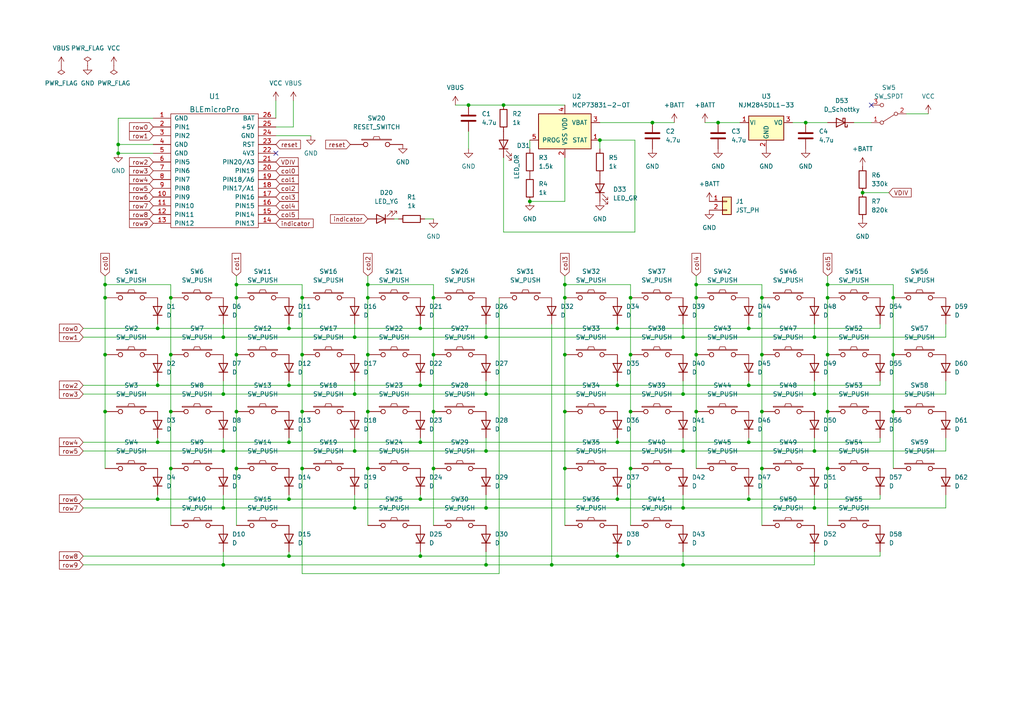
<source format=kicad_sch>
(kicad_sch (version 20211123) (generator eeschema)
  (paper "A4")
  (title_block (title "Denpa") (date "2022-06-21") (rev "1"))
  (junction (at 64.77 147.32))
  (junction (at 45.72 128.27))
  (junction (at 163.83 86.36))
  (junction (at 173.99 40.64))
  (junction (at 220.98 135.89))
  (junction (at 198.12 163.83))
  (junction (at 220.98 102.87))
  (junction (at 121.92 111.76))
  (junction (at 179.07 161.29))
  (junction (at 208.28 35.56))
  (junction (at 140.97 130.81))
  (junction (at 30.48 119.38))
  (junction (at 83.82 111.76))
  (junction (at 64.77 163.83))
  (junction (at 102.87 130.81))
  (junction (at 87.63 102.87))
  (junction (at 240.03 102.87))
  (junction (at 153.67 58.42))
  (junction (at 240.03 82.55))
  (junction (at 179.07 144.78))
  (junction (at 106.68 86.36))
  (junction (at 182.88 86.36))
  (junction (at 68.58 119.38))
  (junction (at 125.73 119.38))
  (junction (at 106.68 135.89))
  (junction (at 30.48 102.87))
  (junction (at 163.83 135.89))
  (junction (at 121.92 95.25))
  (junction (at 87.63 86.36))
  (junction (at 160.02 163.83))
  (junction (at 201.93 119.38))
  (junction (at 140.97 147.32))
  (junction (at 121.92 161.29))
  (junction (at 236.22 114.3))
  (junction (at 64.77 130.81))
  (junction (at 201.93 86.36))
  (junction (at 30.48 86.36))
  (junction (at 68.58 82.55))
  (junction (at 146.05 30.48))
  (junction (at 182.88 119.38))
  (junction (at 49.53 135.89))
  (junction (at 34.29 44.45))
  (junction (at 125.73 86.36))
  (junction (at 140.97 163.83))
  (junction (at 189.23 35.56))
  (junction (at 45.72 95.25))
  (junction (at 236.22 147.32))
  (junction (at 102.87 97.79))
  (junction (at 64.77 97.79))
  (junction (at 45.72 111.76))
  (junction (at 163.83 82.55))
  (junction (at 83.82 95.25))
  (junction (at 83.82 161.29))
  (junction (at 83.82 144.78))
  (junction (at 198.12 114.3))
  (junction (at 106.68 119.38))
  (junction (at 106.68 82.55))
  (junction (at 201.93 102.87))
  (junction (at 102.87 147.32))
  (junction (at 259.08 86.36))
  (junction (at 217.17 95.25))
  (junction (at 236.22 130.81))
  (junction (at 233.68 35.56))
  (junction (at 68.58 86.36))
  (junction (at 121.92 144.78))
  (junction (at 198.12 130.81))
  (junction (at 259.08 102.87))
  (junction (at 217.17 128.27))
  (junction (at 102.87 114.3))
  (junction (at 179.07 128.27))
  (junction (at 182.88 102.87))
  (junction (at 135.89 30.48))
  (junction (at 30.48 82.55))
  (junction (at 217.17 111.76))
  (junction (at 121.92 128.27))
  (junction (at 240.03 86.36))
  (junction (at 163.83 119.38))
  (junction (at 125.73 102.87))
  (junction (at 220.98 86.36))
  (junction (at 182.88 135.89))
  (junction (at 240.03 135.89))
  (junction (at 250.19 55.88))
  (junction (at 49.53 86.36))
  (junction (at 106.68 102.87))
  (junction (at 45.72 144.78))
  (junction (at 220.98 119.38))
  (junction (at 201.93 82.55))
  (junction (at 179.07 95.25))
  (junction (at 49.53 102.87))
  (junction (at 34.29 41.91))
  (junction (at 140.97 97.79))
  (junction (at 49.53 119.38))
  (junction (at 240.03 119.38))
  (junction (at 87.63 119.38))
  (junction (at 125.73 135.89))
  (junction (at 163.83 102.87))
  (junction (at 64.77 114.3))
  (junction (at 179.07 111.76))
  (junction (at 236.22 97.79))
  (junction (at 87.63 135.89))
  (junction (at 198.12 147.32))
  (junction (at 68.58 135.89))
  (junction (at 68.58 102.87))
  (junction (at 259.08 119.38))
  (junction (at 83.82 128.27))
  (junction (at 198.12 97.79))
  (junction (at 140.97 114.3))
  (junction (at 217.17 144.78))
  (no_connect (at 80.01 44.45))
  (no_connect (at 252.73 30.48))
  (wire (pts (xy 201.93 86.36) (xy 201.93 102.87)))
  (wire (pts (xy 49.53 119.38) (xy 49.53 135.89)))
  (wire (pts (xy 201.93 80.01) (xy 201.93 82.55)))
  (wire (pts (xy 68.58 135.89) (xy 68.58 152.4)))
  (wire (pts (xy 24.13 114.3) (xy 64.77 114.3)))
  (wire (pts (xy 125.73 86.36) (xy 125.73 82.55)))
  (wire (pts (xy 68.58 86.36) (xy 68.58 102.87)))
  (wire (pts (xy 121.92 95.25) (xy 179.07 95.25)))
  (wire (pts (xy 236.22 130.81) (xy 274.32 130.81)))
  (wire (pts (xy 255.27 128.27) (xy 255.27 127)))
  (wire (pts (xy 259.08 119.38) (xy 259.08 135.89)))
  (wire (pts (xy 85.09 29.21) (xy 85.09 36.83)))
  (wire (pts (xy 83.82 144.78) (xy 121.92 144.78)))
  (wire (pts (xy 135.89 38.1) (xy 135.89 43.18)))
  (wire (pts (xy 87.63 166.37) (xy 144.78 166.37)))
  (wire (pts (xy 34.29 44.45) (xy 44.45 44.45)))
  (wire (pts (xy 182.88 102.87) (xy 182.88 119.38)))
  (wire (pts (xy 45.72 127) (xy 45.72 128.27)))
  (wire (pts (xy 87.63 82.55) (xy 68.58 82.55)))
  (wire (pts (xy 64.77 93.98) (xy 64.77 97.79)))
  (wire (pts (xy 24.13 130.81) (xy 64.77 130.81)))
  (wire (pts (xy 30.48 119.38) (xy 30.48 135.89)))
  (wire (pts (xy 179.07 128.27) (xy 217.17 128.27)))
  (wire (pts (xy 64.77 130.81) (xy 102.87 130.81)))
  (wire (pts (xy 121.92 160.02) (xy 121.92 161.29)))
  (wire (pts (xy 163.83 80.01) (xy 163.83 82.55)))
  (wire (pts (xy 44.45 34.29) (xy 34.29 34.29)))
  (wire (pts (xy 64.77 143.51) (xy 64.77 147.32)))
  (wire (pts (xy 45.72 110.49) (xy 45.72 111.76)))
  (wire (pts (xy 201.93 102.87) (xy 201.93 119.38)))
  (wire (pts (xy 259.08 82.55) (xy 240.03 82.55)))
  (wire (pts (xy 198.12 163.83) (xy 236.22 163.83)))
  (wire (pts (xy 121.92 161.29) (xy 179.07 161.29)))
  (wire (pts (xy 45.72 143.51) (xy 45.72 144.78)))
  (wire (pts (xy 24.13 128.27) (xy 45.72 128.27)))
  (wire (pts (xy 163.83 45.72) (xy 163.83 58.42)))
  (wire (pts (xy 274.32 147.32) (xy 274.32 143.51)))
  (wire (pts (xy 140.97 127) (xy 140.97 130.81)))
  (wire (pts (xy 24.13 161.29) (xy 83.82 161.29)))
  (wire (pts (xy 83.82 111.76) (xy 121.92 111.76)))
  (wire (pts (xy 87.63 135.89) (xy 87.63 166.37)))
  (wire (pts (xy 125.73 135.89) (xy 125.73 152.4)))
  (wire (pts (xy 204.47 35.56) (xy 208.28 35.56)))
  (wire (pts (xy 140.97 97.79) (xy 198.12 97.79)))
  (wire (pts (xy 123.19 63.5) (xy 125.73 63.5)))
  (wire (pts (xy 240.03 80.01) (xy 240.03 82.55)))
  (wire (pts (xy 83.82 127) (xy 83.82 128.27)))
  (wire (pts (xy 217.17 128.27) (xy 255.27 128.27)))
  (wire (pts (xy 198.12 130.81) (xy 236.22 130.81)))
  (wire (pts (xy 68.58 119.38) (xy 68.58 135.89)))
  (wire (pts (xy 236.22 127) (xy 236.22 130.81)))
  (wire (pts (xy 240.03 135.89) (xy 240.03 152.4)))
  (wire (pts (xy 233.68 35.56) (xy 240.03 35.56)))
  (wire (pts (xy 83.82 161.29) (xy 121.92 161.29)))
  (wire (pts (xy 198.12 110.49) (xy 198.12 114.3)))
  (wire (pts (xy 163.83 102.87) (xy 163.83 119.38)))
  (wire (pts (xy 83.82 143.51) (xy 83.82 144.78)))
  (wire (pts (xy 179.07 110.49) (xy 179.07 111.76)))
  (wire (pts (xy 163.83 58.42) (xy 153.67 58.42)))
  (wire (pts (xy 121.92 111.76) (xy 179.07 111.76)))
  (wire (pts (xy 83.82 128.27) (xy 121.92 128.27)))
  (wire (pts (xy 125.73 119.38) (xy 125.73 135.89)))
  (wire (pts (xy 115.57 63.5) (xy 114.3 63.5)))
  (wire (pts (xy 125.73 82.55) (xy 106.68 82.55)))
  (wire (pts (xy 182.88 135.89) (xy 182.88 152.4)))
  (wire (pts (xy 83.82 160.02) (xy 83.82 161.29)))
  (wire (pts (xy 83.82 110.49) (xy 83.82 111.76)))
  (wire (pts (xy 198.12 160.02) (xy 198.12 163.83)))
  (wire (pts (xy 106.68 119.38) (xy 106.68 135.89)))
  (wire (pts (xy 217.17 144.78) (xy 255.27 144.78)))
  (wire (pts (xy 182.88 119.38) (xy 182.88 135.89)))
  (wire (pts (xy 255.27 161.29) (xy 255.27 160.02)))
  (wire (pts (xy 217.17 127) (xy 217.17 128.27)))
  (wire (pts (xy 144.78 166.37) (xy 144.78 86.36)))
  (wire (pts (xy 34.29 34.29) (xy 34.29 41.91)))
  (wire (pts (xy 30.48 80.01) (xy 30.48 82.55)))
  (wire (pts (xy 45.72 95.25) (xy 45.72 93.98)))
  (wire (pts (xy 132.08 30.48) (xy 135.89 30.48)))
  (wire (pts (xy 189.23 35.56) (xy 195.58 35.56)))
  (wire (pts (xy 198.12 93.98) (xy 198.12 97.79)))
  (wire (pts (xy 140.97 160.02) (xy 140.97 163.83)))
  (wire (pts (xy 24.13 111.76) (xy 45.72 111.76)))
  (wire (pts (xy 64.77 160.02) (xy 64.77 163.83)))
  (wire (pts (xy 201.93 119.38) (xy 201.93 135.89)))
  (wire (pts (xy 201.93 82.55) (xy 201.93 86.36)))
  (wire (pts (xy 24.13 95.25) (xy 45.72 95.25)))
  (wire (pts (xy 146.05 45.72) (xy 146.05 67.31)))
  (wire (pts (xy 30.48 102.87) (xy 30.48 119.38)))
  (wire (pts (xy 240.03 119.38) (xy 240.03 135.89)))
  (wire (pts (xy 140.97 147.32) (xy 198.12 147.32)))
  (wire (pts (xy 102.87 93.98) (xy 102.87 97.79)))
  (wire (pts (xy 64.77 147.32) (xy 102.87 147.32)))
  (wire (pts (xy 135.89 30.48) (xy 146.05 30.48)))
  (wire (pts (xy 102.87 147.32) (xy 140.97 147.32)))
  (wire (pts (xy 240.03 86.36) (xy 240.03 102.87)))
  (wire (pts (xy 220.98 86.36) (xy 220.98 102.87)))
  (wire (pts (xy 182.88 82.55) (xy 163.83 82.55)))
  (wire (pts (xy 163.83 86.36) (xy 163.83 102.87)))
  (wire (pts (xy 274.32 130.81) (xy 274.32 127)))
  (wire (pts (xy 240.03 82.55) (xy 240.03 86.36)))
  (wire (pts (xy 64.77 114.3) (xy 102.87 114.3)))
  (wire (pts (xy 87.63 102.87) (xy 87.63 119.38)))
  (wire (pts (xy 102.87 127) (xy 102.87 130.81)))
  (wire (pts (xy 208.28 35.56) (xy 214.63 35.56)))
  (wire (pts (xy 236.22 114.3) (xy 274.32 114.3)))
  (wire (pts (xy 179.07 160.02) (xy 179.07 161.29)))
  (wire (pts (xy 106.68 82.55) (xy 106.68 86.36)))
  (wire (pts (xy 87.63 86.36) (xy 87.63 102.87)))
  (wire (pts (xy 121.92 127) (xy 121.92 128.27)))
  (wire (pts (xy 24.13 97.79) (xy 64.77 97.79)))
  (wire (pts (xy 140.97 93.98) (xy 140.97 97.79)))
  (wire (pts (xy 182.88 86.36) (xy 182.88 102.87)))
  (wire (pts (xy 198.12 147.32) (xy 236.22 147.32)))
  (wire (pts (xy 121.92 95.25) (xy 121.92 93.98)))
  (wire (pts (xy 45.72 111.76) (xy 83.82 111.76)))
  (wire (pts (xy 106.68 80.01) (xy 106.68 82.55)))
  (wire (pts (xy 220.98 119.38) (xy 220.98 135.89)))
  (wire (pts (xy 49.53 102.87) (xy 49.53 119.38)))
  (wire (pts (xy 121.92 143.51) (xy 121.92 144.78)))
  (wire (pts (xy 24.13 144.78) (xy 45.72 144.78)))
  (wire (pts (xy 102.87 130.81) (xy 140.97 130.81)))
  (wire (pts (xy 262.89 33.02) (xy 269.24 33.02)))
  (wire (pts (xy 236.22 97.79) (xy 274.32 97.79)))
  (wire (pts (xy 236.22 147.32) (xy 274.32 147.32)))
  (wire (pts (xy 247.65 35.56) (xy 252.73 35.56)))
  (wire (pts (xy 250.19 55.88) (xy 257.81 55.88)))
  (wire (pts (xy 179.07 95.25) (xy 179.07 93.98)))
  (wire (pts (xy 236.22 110.49) (xy 236.22 114.3)))
  (wire (pts (xy 121.92 128.27) (xy 179.07 128.27)))
  (wire (pts (xy 140.97 130.81) (xy 198.12 130.81)))
  (wire (pts (xy 68.58 82.55) (xy 68.58 86.36)))
  (wire (pts (xy 198.12 97.79) (xy 236.22 97.79)))
  (wire (pts (xy 184.15 40.64) (xy 173.99 40.64)))
  (wire (pts (xy 68.58 80.01) (xy 68.58 82.55)))
  (wire (pts (xy 173.99 35.56) (xy 189.23 35.56)))
  (wire (pts (xy 240.03 102.87) (xy 240.03 119.38)))
  (wire (pts (xy 68.58 102.87) (xy 68.58 119.38)))
  (wire (pts (xy 140.97 110.49) (xy 140.97 114.3)))
  (wire (pts (xy 220.98 102.87) (xy 220.98 119.38)))
  (wire (pts (xy 198.12 127) (xy 198.12 130.81)))
  (wire (pts (xy 85.09 36.83) (xy 80.01 36.83)))
  (wire (pts (xy 80.01 29.21) (xy 80.01 34.29)))
  (wire (pts (xy 217.17 95.25) (xy 255.27 95.25)))
  (wire (pts (xy 30.48 86.36) (xy 30.48 102.87)))
  (wire (pts (xy 217.17 143.51) (xy 217.17 144.78)))
  (wire (pts (xy 121.92 144.78) (xy 179.07 144.78)))
  (wire (pts (xy 179.07 95.25) (xy 217.17 95.25)))
  (wire (pts (xy 163.83 135.89) (xy 163.83 152.4)))
  (wire (pts (xy 24.13 147.32) (xy 64.77 147.32)))
  (wire (pts (xy 87.63 119.38) (xy 87.63 135.89)))
  (wire (pts (xy 80.01 39.37) (xy 90.17 39.37)))
  (wire (pts (xy 182.88 86.36) (xy 182.88 82.55)))
  (wire (pts (xy 121.92 110.49) (xy 121.92 111.76)))
  (wire (pts (xy 179.07 127) (xy 179.07 128.27)))
  (wire (pts (xy 160.02 93.98) (xy 160.02 163.83)))
  (wire (pts (xy 125.73 86.36) (xy 125.73 102.87)))
  (wire (pts (xy 173.99 40.64) (xy 173.99 43.18)))
  (wire (pts (xy 106.68 102.87) (xy 106.68 119.38)))
  (wire (pts (xy 198.12 143.51) (xy 198.12 147.32)))
  (wire (pts (xy 64.77 110.49) (xy 64.77 114.3)))
  (wire (pts (xy 274.32 93.98) (xy 274.32 97.79)))
  (wire (pts (xy 236.22 93.98) (xy 236.22 97.79)))
  (wire (pts (xy 125.73 102.87) (xy 125.73 119.38)))
  (wire (pts (xy 102.87 143.51) (xy 102.87 147.32)))
  (wire (pts (xy 163.83 82.55) (xy 163.83 86.36)))
  (wire (pts (xy 217.17 111.76) (xy 255.27 111.76)))
  (wire (pts (xy 24.13 163.83) (xy 64.77 163.83)))
  (wire (pts (xy 106.68 135.89) (xy 106.68 152.4)))
  (wire (pts (xy 64.77 97.79) (xy 102.87 97.79)))
  (wire (pts (xy 255.27 95.25) (xy 255.27 93.98)))
  (wire (pts (xy 153.67 43.18) (xy 153.67 40.64)))
  (wire (pts (xy 102.87 97.79) (xy 140.97 97.79)))
  (wire (pts (xy 259.08 86.36) (xy 259.08 82.55)))
  (wire (pts (xy 255.27 144.78) (xy 255.27 143.51)))
  (wire (pts (xy 44.45 41.91) (xy 34.29 41.91)))
  (wire (pts (xy 49.53 86.36) (xy 49.53 102.87)))
  (wire (pts (xy 64.77 163.83) (xy 140.97 163.83)))
  (wire (pts (xy 217.17 95.25) (xy 217.17 93.98)))
  (wire (pts (xy 102.87 114.3) (xy 140.97 114.3)))
  (wire (pts (xy 179.07 111.76) (xy 217.17 111.76)))
  (wire (pts (xy 146.05 67.31) (xy 184.15 67.31)))
  (wire (pts (xy 146.05 30.48) (xy 163.83 30.48)))
  (wire (pts (xy 49.53 135.89) (xy 49.53 152.4)))
  (wire (pts (xy 30.48 82.55) (xy 30.48 86.36)))
  (wire (pts (xy 220.98 82.55) (xy 201.93 82.55)))
  (wire (pts (xy 106.68 86.36) (xy 106.68 102.87)))
  (wire (pts (xy 179.07 144.78) (xy 217.17 144.78)))
  (wire (pts (xy 274.32 114.3) (xy 274.32 110.49)))
  (wire (pts (xy 236.22 143.51) (xy 236.22 147.32)))
  (wire (pts (xy 45.72 144.78) (xy 83.82 144.78)))
  (wire (pts (xy 184.15 67.31) (xy 184.15 40.64)))
  (wire (pts (xy 236.22 160.02) (xy 236.22 163.83)))
  (wire (pts (xy 255.27 111.76) (xy 255.27 110.49)))
  (wire (pts (xy 163.83 119.38) (xy 163.83 135.89)))
  (wire (pts (xy 140.97 143.51) (xy 140.97 147.32)))
  (wire (pts (xy 102.87 110.49) (xy 102.87 114.3)))
  (wire (pts (xy 64.77 127) (xy 64.77 130.81)))
  (wire (pts (xy 49.53 82.55) (xy 30.48 82.55)))
  (wire (pts (xy 220.98 135.89) (xy 220.98 152.4)))
  (wire (pts (xy 140.97 163.83) (xy 160.02 163.83)))
  (wire (pts (xy 259.08 102.87) (xy 259.08 119.38)))
  (wire (pts (xy 45.72 128.27) (xy 83.82 128.27)))
  (wire (pts (xy 179.07 161.29) (xy 255.27 161.29)))
  (wire (pts (xy 83.82 95.25) (xy 121.92 95.25)))
  (wire (pts (xy 34.29 41.91) (xy 34.29 44.45)))
  (wire (pts (xy 49.53 86.36) (xy 49.53 82.55)))
  (wire (pts (xy 259.08 86.36) (xy 259.08 102.87)))
  (wire (pts (xy 217.17 110.49) (xy 217.17 111.76)))
  (wire (pts (xy 140.97 114.3) (xy 198.12 114.3)))
  (wire (pts (xy 87.63 86.36) (xy 87.63 82.55)))
  (wire (pts (xy 45.72 95.25) (xy 83.82 95.25)))
  (wire (pts (xy 229.87 35.56) (xy 233.68 35.56)))
  (wire (pts (xy 198.12 114.3) (xy 236.22 114.3)))
  (wire (pts (xy 160.02 163.83) (xy 198.12 163.83)))
  (wire (pts (xy 83.82 95.25) (xy 83.82 93.98)))
  (wire (pts (xy 220.98 86.36) (xy 220.98 82.55)))
  (wire (pts (xy 179.07 143.51) (xy 179.07 144.78)))
  (global_label "row4" (shape input) (at 24.13 128.27 180) (property "シート間のリファレンス" "${INTERSHEET_REFS}" (effects hide)))
  (global_label "col4" (shape input) (at 201.93 80.01 90) (property "シート間のリファレンス" "${INTERSHEET_REFS}" (effects hide)))
  (global_label "reset" (shape input) (at 101.6 41.91 180) (property "シート間のリファレンス" "${INTERSHEET_REFS}" (effects hide)))
  (global_label "row6" (shape input) (at 44.45 57.15 180) (property "シート間のリファレンス" "${INTERSHEET_REFS}" (effects hide)))
  (global_label "row8" (shape input) (at 24.13 161.29 180) (property "シート間のリファレンス" "${INTERSHEET_REFS}" (effects hide)))
  (global_label "row0" (shape input) (at 24.13 95.25 180) (property "シート間のリファレンス" "${INTERSHEET_REFS}" (effects hide)))
  (global_label "row5" (shape input) (at 44.45 54.61 180) (property "シート間のリファレンス" "${INTERSHEET_REFS}" (effects hide)))
  (global_label "row4" (shape input) (at 44.45 52.07 180) (property "シート間のリファレンス" "${INTERSHEET_REFS}" (effects hide)))
  (global_label "row7" (shape input) (at 44.45 59.69 180) (property "シート間のリファレンス" "${INTERSHEET_REFS}" (effects hide)))
  (global_label "col0" (shape input) (at 80.01 49.53 0) (property "シート間のリファレンス" "${INTERSHEET_REFS}" (effects hide)))
  (global_label "row6" (shape input) (at 24.13 144.78 180) (property "シート間のリファレンス" "${INTERSHEET_REFS}" (effects hide)))
  (global_label "row5" (shape input) (at 24.13 130.81 180) (property "シート間のリファレンス" "${INTERSHEET_REFS}" (effects hide)))
  (global_label "row9" (shape input) (at 44.45 64.77 180) (property "シート間のリファレンス" "${INTERSHEET_REFS}" (effects hide)))
  (global_label "row1" (shape input) (at 24.13 97.79 180) (property "シート間のリファレンス" "${INTERSHEET_REFS}" (effects hide)))
  (global_label "col5" (shape input) (at 240.03 80.01 90) (property "シート間のリファレンス" "${INTERSHEET_REFS}" (effects hide)))
  (global_label "col3" (shape input) (at 163.83 80.01 90) (property "シート間のリファレンス" "${INTERSHEET_REFS}" (effects hide)))
  (global_label "row0" (shape input) (at 44.45 36.83 180) (property "シート間のリファレンス" "${INTERSHEET_REFS}" (effects hide)))
  (global_label "col5" (shape input) (at 80.01 62.23 0) (property "シート間のリファレンス" "${INTERSHEET_REFS}" (effects hide)))
  (global_label "row9" (shape input) (at 24.13 163.83 180) (property "シート間のリファレンス" "${INTERSHEET_REFS}" (effects hide)))
  (global_label "row1" (shape input) (at 44.45 39.37 180) (property "シート間のリファレンス" "${INTERSHEET_REFS}" (effects hide)))
  (global_label "col0" (shape input) (at 30.48 80.01 90) (property "シート間のリファレンス" "${INTERSHEET_REFS}" (effects hide)))
  (global_label "row3" (shape input) (at 44.45 49.53 180) (property "シート間のリファレンス" "${INTERSHEET_REFS}" (effects hide)))
  (global_label "col2" (shape input) (at 106.68 80.01 90) (property "シート間のリファレンス" "${INTERSHEET_REFS}" (effects hide)))
  (global_label "col3" (shape input) (at 80.01 57.15 0) (property "シート間のリファレンス" "${INTERSHEET_REFS}" (effects hide)))
  (global_label "col2" (shape input) (at 80.01 54.61 0) (property "シート間のリファレンス" "${INTERSHEET_REFS}" (effects hide)))
  (global_label "row8" (shape input) (at 44.45 62.23 180) (property "シート間のリファレンス" "${INTERSHEET_REFS}" (effects hide)))
  (global_label "row3" (shape input) (at 24.13 114.3 180) (property "シート間のリファレンス" "${INTERSHEET_REFS}" (effects hide)))
  (global_label "VDIV" (shape input) (at 257.81 55.88 0) (property "シート間のリファレンス" "${INTERSHEET_REFS}" (effects hide)))
  (global_label "row2" (shape input) (at 44.45 46.99 180) (property "シート間のリファレンス" "${INTERSHEET_REFS}" (effects hide)))
  (global_label "VDIV" (shape input) (at 80.01 46.99 0) (property "シート間のリファレンス" "${INTERSHEET_REFS}" (effects hide)))
  (global_label "indicator" (shape input) (at 106.68 63.5 180) (property "シート間のリファレンス" "${INTERSHEET_REFS}" (effects hide)))
  (global_label "row7" (shape input) (at 24.13 147.32 180) (property "シート間のリファレンス" "${INTERSHEET_REFS}" (effects hide)))
  (global_label "reset" (shape input) (at 80.01 41.91 0) (property "シート間のリファレンス" "${INTERSHEET_REFS}" (effects hide)))
  (global_label "indicator" (shape input) (at 80.01 64.77 0) (property "シート間のリファレンス" "${INTERSHEET_REFS}" (effects hide)))
  (global_label "col1" (shape input) (at 80.01 52.07 0) (property "シート間のリファレンス" "${INTERSHEET_REFS}" (effects hide)))
  (global_label "row2" (shape input) (at 24.13 111.76 180) (property "シート間のリファレンス" "${INTERSHEET_REFS}" (effects hide)))
  (global_label "col4" (shape input) (at 80.01 59.69 0) (property "シート間のリファレンス" "${INTERSHEET_REFS}" (effects hide)))
  (global_label "col1" (shape input) (at 68.58 80.01 90) (property "シート間のリファレンス" "${INTERSHEET_REFS}" (effects hide)))
  (symbol (lib_id "Device:D") (at 255.27 106.68 90) (unit 1)
    (property "Reference" "D55" (at 257.81 105.4099 90) (effects (justify right)))
    (property "Value" "D" (at 257.81 107.9499 90) (effects (justify right)))
    (property "Footprint" "kbd:D3_SMD_v2_back" (effects hide))
  )
  (symbol (lib_id "kbd:SW_PUSH") (at 171.45 152.4 0) (unit 1)
    (property "Reference" "SW36" (at 171.45 144.78 0))
    (property "Value" "SW_PUSH" (at 171.45 147.32 0))
    (property "Footprint" "kbd:CherryMX_ChocV2_1.5u" (effects hide))
  )
  (symbol (lib_id "Device:D") (at 64.77 90.17 90) (unit 1)
    (property "Reference" "D6" (at 67.31 88.8999 90) (effects (justify right)))
    (property "Value" "D" (at 67.31 91.4399 90) (effects (justify right)))
    (property "Footprint" "kbd:D3_SMD_v2_back" (effects hide))
  )
  (symbol (lib_id "Device:D") (at 83.82 139.7 90) (unit 1)
    (property "Reference" "D14" (at 86.36 138.4299 90) (effects (justify right)))
    (property "Value" "D" (at 86.36 140.9699 90) (effects (justify right)))
    (property "Footprint" "kbd:D3_SMD_v2_back" (effects hide))
  )
  (symbol (lib_id "kbd:BLEmicroPro") (at 62.23 50.8 0) (unit 1)
    (property "Reference" "U1" (at 62.23 27.94 0) (effects (font (size 1.524 1.524))))
    (property "Value" "BLEmicroPro" (at 62.23 31.75 0) (effects (font (size 1.524 1.524))))
    (property "Footprint" "kbd:BLEmicroPro" (effects hide))
  )
  (symbol (lib_id "kbd:SW_PUSH") (at 171.45 86.36 0) (unit 1)
    (property "Reference" "SW32" (at 171.45 78.74 0))
    (property "Value" "SW_PUSH" (at 171.45 81.28 0))
    (property "Footprint" "kbd:CherryMX_ChocV2_1u" (effects hide))
  )
  (symbol (lib_id "Device:D") (at 236.22 123.19 90) (unit 1)
    (property "Reference" "D50" (at 238.76 121.9199 90) (effects (justify right)))
    (property "Value" "D" (at 238.76 124.4599 90) (effects (justify right)))
    (property "Footprint" "kbd:D3_SMD_v2_back" (effects hide))
  )
  (symbol (lib_id "kbd:SW_PUSH") (at 266.7 119.38 0) (unit 1)
    (property "Reference" "SW58" (at 266.7 111.76 0))
    (property "Value" "SW_PUSH" (at 266.7 114.3 0))
    (property "Footprint" "kbd:CherryMX_ChocV2_1u" (effects hide))
  )
  (symbol (lib_id "kbd:SW_PUSH") (at 228.6 86.36 0) (unit 1)
    (property "Reference" "SW46" (at 228.6 78.74 0))
    (property "Value" "SW_PUSH" (at 228.6 81.28 0))
    (property "Footprint" "kbd:CherryMX_ChocV2_1u" (effects hide))
  )
  (symbol (lib_id "kbd:SW_PUSH") (at 247.65 86.36 0) (unit 1)
    (property "Reference" "SW51" (at 247.65 78.74 0))
    (property "Value" "SW_PUSH" (at 247.65 81.28 0))
    (property "Footprint" "kbd:CherryMX_ChocV2_1u" (effects hide))
  )
  (symbol (lib_id "kbd:SW_PUSH") (at 133.35 152.4 0) (unit 1)
    (property "Reference" "SW30" (at 133.35 144.78 0))
    (property "Value" "SW_PUSH" (at 133.35 147.32 0))
    (property "Footprint" "kbd:CherryMX_ChocV2_1.5u" (effects hide))
  )
  (symbol (lib_id "Device:D") (at 102.87 123.19 90) (unit 1)
    (property "Reference" "D18" (at 105.41 121.9199 90) (effects (justify right)))
    (property "Value" "D" (at 105.41 124.4599 90) (effects (justify right)))
    (property "Footprint" "kbd:D3_SMD_v2_back" (effects hide))
  )
  (symbol (lib_id "kbd:SW_PUSH") (at 209.55 135.89 0) (unit 1)
    (property "Reference" "SW45" (at 209.55 128.27 0))
    (property "Value" "SW_PUSH" (at 209.55 130.81 0))
    (property "Footprint" "kbd:CherryMX_ChocV2_1u" (effects hide))
  )
  (symbol (lib_id "Device:D") (at 140.97 156.21 90) (unit 1)
    (property "Reference" "D30" (at 143.51 154.9399 90) (effects (justify right)))
    (property "Value" "D" (at 143.51 157.4799 90) (effects (justify right)))
    (property "Footprint" "kbd:D3_SMD_v2_back" (effects hide))
  )
  (symbol (lib_id "Device:R") (at 153.67 46.99 0) (unit 1)
    (property "Reference" "R3" (at 156.21 45.7199 0) (effects (justify left)))
    (property "Value" "1.5k" (at 156.21 48.2599 0) (effects (justify left)))
    (property "Footprint" "Keebio-Parts:Resistor-Compact-1-side" (effects hide))
  )
  (symbol (lib_id "kbd:SW_PUSH") (at 114.3 152.4 0) (unit 1)
    (property "Reference" "SW25" (at 114.3 144.78 0))
    (property "Value" "SW_PUSH" (at 114.3 147.32 0))
    (property "Footprint" "kbd:CherryMX_ChocV2_1u" (effects hide))
  )
  (symbol (lib_id "power:+BATT") (at 204.47 35.56 0) (unit 1)
    (property "Reference" "#PWR015" (effects hide))
    (property "Value" "+BATT" (at 204.47 30.48 0))
  )
  (symbol (lib_id "kbd:SW_PUSH") (at 209.55 86.36 0) (unit 1)
    (property "Reference" "SW42" (at 209.55 78.74 0))
    (property "Value" "SW_PUSH" (at 209.55 81.28 0))
    (property "Footprint" "kbd:CherryMX_ChocV2_1u" (effects hide))
  )
  (symbol (lib_id "Device:D") (at 140.97 106.68 90) (unit 1)
    (property "Reference" "D27" (at 143.51 105.4099 90) (effects (justify right)))
    (property "Value" "D" (at 143.51 107.9499 90) (effects (justify right)))
    (property "Footprint" "kbd:D3_SMD_v2_back" (effects hide))
  )
  (symbol (lib_id "power:GND") (at 173.99 58.42 0) (unit 1)
    (property "Reference" "#PWR012" (effects hide))
    (property "Value" "GND" (at 173.99 63.5 0))
  )
  (symbol (lib_id "power:GND") (at 189.23 43.18 0) (unit 1)
    (property "Reference" "#PWR013" (effects hide))
    (property "Value" "GND" (at 189.23 48.26 0))
  )
  (symbol (lib_id "power:+BATT") (at 250.19 48.26 0) (unit 1)
    (property "Reference" "#PWR019" (effects hide))
    (property "Value" "+BATT" (at 250.19 43.18 0))
  )
  (symbol (lib_id "Device:D") (at 179.07 123.19 90) (unit 1)
    (property "Reference" "D36" (at 181.61 121.9199 90) (effects (justify right)))
    (property "Value" "D" (at 181.61 124.4599 90) (effects (justify right)))
    (property "Footprint" "kbd:D3_SMD_v2_back" (effects hide))
  )
  (symbol (lib_id "Device:D") (at 198.12 156.21 90) (unit 1)
    (property "Reference" "D43" (at 200.66 154.9399 90) (effects (justify right)))
    (property "Value" "D" (at 200.66 157.4799 90) (effects (justify right)))
    (property "Footprint" "kbd:D3_SMD_v2_back" (effects hide))
  )
  (symbol (lib_id "kbd:SW_PUSH") (at 247.65 135.89 0) (unit 1)
    (property "Reference" "SW54" (at 247.65 128.27 0))
    (property "Value" "SW_PUSH" (at 247.65 130.81 0))
    (property "Footprint" "kbd:CherryMX_ChocV2_1u" (effects hide))
  )
  (symbol (lib_id "kbd:SW_PUSH") (at 228.6 102.87 0) (unit 1)
    (property "Reference" "SW47" (at 228.6 95.25 0))
    (property "Value" "SW_PUSH" (at 228.6 97.79 0))
    (property "Footprint" "kbd:CherryMX_ChocV2_1u" (effects hide))
  )
  (symbol (lib_id "power:+BATT") (at 205.74 58.42 0) (unit 1)
    (property "Reference" "#PWR022" (effects hide))
    (property "Value" "+BATT" (at 205.74 53.34 0))
  )
  (symbol (lib_id "Device:D") (at 255.27 90.17 90) (unit 1)
    (property "Reference" "D54" (at 257.81 88.8999 90) (effects (justify right)))
    (property "Value" "D" (at 257.81 91.4399 90) (effects (justify right)))
    (property "Footprint" "kbd:D3_SMD_v2_back" (effects hide))
  )
  (symbol (lib_id "kbd:SW_PUSH") (at 109.22 41.91 0) (unit 1)
    (property "Reference" "SW20" (at 109.22 34.29 0))
    (property "Value" "RESET_SWITCH" (at 109.22 36.83 0))
    (property "Footprint" "kbd:ResetSW_1side" (effects hide))
  )
  (symbol (lib_id "Device:D") (at 274.32 123.19 90) (unit 1)
    (property "Reference" "D61" (at 276.86 121.9199 90) (effects (justify right)))
    (property "Value" "D" (at 276.86 124.4599 90) (effects (justify right)))
    (property "Footprint" "kbd:D3_SMD_v2_back" (effects hide))
  )
  (symbol (lib_id "kbd:SW_PUSH") (at 190.5 119.38 0) (unit 1)
    (property "Reference" "SW39" (at 190.5 111.76 0))
    (property "Value" "SW_PUSH" (at 190.5 114.3 0))
    (property "Footprint" "kbd:CherryMX_ChocV2_1u" (effects hide))
  )
  (symbol (lib_id "kbd:SW_PUSH") (at 190.5 102.87 0) (unit 1)
    (property "Reference" "SW38" (at 190.5 95.25 0))
    (property "Value" "SW_PUSH" (at 190.5 97.79 0))
    (property "Footprint" "kbd:CherryMX_ChocV2_1u" (effects hide))
  )
  (symbol (lib_id "Device:D") (at 236.22 156.21 90) (unit 1)
    (property "Reference" "D52" (at 238.76 154.9399 90) (effects (justify right)))
    (property "Value" "D" (at 238.76 157.4799 90) (effects (justify right)))
    (property "Footprint" "kbd:D3_SMD_v2_back" (effects hide))
  )
  (symbol (lib_id "kbd:SW_PUSH") (at 133.35 86.36 0) (unit 1)
    (property "Reference" "SW26" (at 133.35 78.74 0))
    (property "Value" "SW_PUSH" (at 133.35 81.28 0))
    (property "Footprint" "kbd:CherryMX_ChocV2_1u" (effects hide))
  )
  (symbol (lib_id "kbd:SW_PUSH") (at 114.3 86.36 0) (unit 1)
    (property "Reference" "SW21" (at 114.3 78.74 0))
    (property "Value" "SW_PUSH" (at 114.3 81.28 0))
    (property "Footprint" "kbd:CherryMX_ChocV2_1u" (effects hide))
  )
  (symbol (lib_id "kbd:SW_PUSH") (at 209.55 119.38 0) (unit 1)
    (property "Reference" "SW44" (at 209.55 111.76 0))
    (property "Value" "SW_PUSH" (at 209.55 114.3 0))
    (property "Footprint" "kbd:CherryMX_ChocV2_1u" (effects hide))
  )
  (symbol (lib_id "power:GND") (at 153.67 58.42 0) (unit 1)
    (property "Reference" "#PWR011" (effects hide))
    (property "Value" "GND" (at 153.67 63.5 0))
  )
  (symbol (lib_id "Device:D") (at 255.27 139.7 90) (unit 1)
    (property "Reference" "D57" (at 257.81 138.4299 90) (effects (justify right)))
    (property "Value" "D" (at 257.81 140.9699 90) (effects (justify right)))
    (property "Footprint" "kbd:D3_SMD_v2_back" (effects hide))
  )
  (symbol (lib_id "Device:D") (at 198.12 106.68 90) (unit 1)
    (property "Reference" "D40" (at 200.66 105.4099 90) (effects (justify right)))
    (property "Value" "D" (at 200.66 107.9499 90) (effects (justify right)))
    (property "Footprint" "kbd:D3_SMD_v2_back" (effects hide))
  )
  (symbol (lib_id "kbd:SW_PUSH") (at 190.5 152.4 0) (unit 1)
    (property "Reference" "SW41" (at 190.5 144.78 0))
    (property "Value" "SW_PUSH" (at 190.5 147.32 0))
    (property "Footprint" "kbd:CherryMX_ChocV2_1u" (effects hide))
  )
  (symbol (lib_id "Device:D") (at 121.92 123.19 90) (unit 1)
    (property "Reference" "D23" (at 124.46 121.9199 90) (effects (justify right)))
    (property "Value" "D" (at 124.46 124.4599 90) (effects (justify right)))
    (property "Footprint" "kbd:D3_SMD_v2_back" (effects hide))
  )
  (symbol (lib_id "kbd:SW_PUSH") (at 266.7 86.36 0) (unit 1)
    (property "Reference" "SW56" (at 266.7 78.74 0))
    (property "Value" "SW_PUSH" (at 266.7 81.28 0))
    (property "Footprint" "kbd:CherryMX_ChocV2_1.5u" (effects hide))
  )
  (symbol (lib_id "power:GND") (at 250.19 63.5 0) (unit 1)
    (property "Reference" "#PWR020" (effects hide))
    (property "Value" "GND" (at 250.19 68.58 0))
  )
  (symbol (lib_id "kbd:SW_PUSH") (at 190.5 86.36 0) (unit 1)
    (property "Reference" "SW37" (at 190.5 78.74 0))
    (property "Value" "SW_PUSH" (at 190.5 81.28 0))
    (property "Footprint" "kbd:CherryMX_ChocV2_1u" (effects hide))
  )
  (symbol (lib_id "kbd:SW_PUSH") (at 133.35 102.87 0) (unit 1)
    (property "Reference" "SW27" (at 133.35 95.25 0))
    (property "Value" "SW_PUSH" (at 133.35 97.79 0))
    (property "Footprint" "kbd:CherryMX_ChocV2_1u" (effects hide))
  )
  (symbol (lib_id "Device:D") (at 217.17 106.68 90) (unit 1)
    (property "Reference" "D45" (at 219.71 105.4099 90) (effects (justify right)))
    (property "Value" "D" (at 219.71 107.9499 90) (effects (justify right)))
    (property "Footprint" "kbd:D3_SMD_v2_back" (effects hide))
  )
  (symbol (lib_id "Device:D") (at 45.72 90.17 90) (unit 1)
    (property "Reference" "D1" (at 48.26 88.8999 90) (effects (justify right)))
    (property "Value" "D" (at 48.26 91.4399 90) (effects (justify right)))
    (property "Footprint" "kbd:D3_SMD_v2_back" (effects hide))
  )
  (symbol (lib_id "power:VBUS") (at 85.09 29.21 0) (unit 1)
    (property "Reference" "#PWR05" (effects hide))
    (property "Value" "VBUS" (at 85.09 24.13 0))
  )
  (symbol (lib_id "Device:D") (at 274.32 139.7 90) (unit 1)
    (property "Reference" "D62" (at 276.86 138.4299 90) (effects (justify right)))
    (property "Value" "D" (at 276.86 140.9699 90) (effects (justify right)))
    (property "Footprint" "kbd:D3_SMD_v2_back" (effects hide))
  )
  (symbol (lib_id "power:VBUS") (at 132.08 30.48 0) (unit 1)
    (property "Reference" "#PWR09" (effects hide))
    (property "Value" "VBUS" (at 132.08 25.4 0))
  )
  (symbol (lib_id "power:GND") (at 222.25 43.18 0) (unit 1)
    (property "Reference" "#PWR017" (effects hide))
    (property "Value" "GND" (at 222.25 48.26 0))
  )
  (symbol (lib_id "kbd:SW_PUSH") (at 152.4 86.36 0) (unit 1)
    (property "Reference" "SW31" (at 152.4 78.74 0))
    (property "Value" "SW_PUSH" (at 152.4 81.28 0))
    (property "Footprint" "kbd:CherryMX_ChocV2_1u" (effects hide))
  )
  (symbol (lib_id "Device:D") (at 64.77 156.21 90) (unit 1)
    (property "Reference" "D10" (at 67.31 154.9399 90) (effects (justify right)))
    (property "Value" "D" (at 67.31 157.4799 90) (effects (justify right)))
    (property "Footprint" "kbd:D3_SMD_v2_back" (effects hide))
  )
  (symbol (lib_id "Device:C") (at 135.89 34.29 0) (unit 1)
    (property "Reference" "C1" (at 139.7 33.0199 0) (effects (justify left)))
    (property "Value" "4.7u" (at 139.7 35.5599 0) (effects (justify left)))
    (property "Footprint" "Capacitor_SMD:C_0805_2012Metric_Pad1.18x1.45mm_HandSolder" (effects hide))
  )
  (symbol (lib_id "Device:D") (at 121.92 156.21 90) (unit 1)
    (property "Reference" "D25" (at 124.46 154.9399 90) (effects (justify right)))
    (property "Value" "D" (at 124.46 157.4799 90) (effects (justify right)))
    (property "Footprint" "kbd:D3_SMD_v2_back" (effects hide))
  )
  (symbol (lib_id "Device:D") (at 236.22 90.17 90) (unit 1)
    (property "Reference" "D48" (at 238.76 88.8999 90) (effects (justify right)))
    (property "Value" "D" (at 238.76 91.4399 90) (effects (justify right)))
    (property "Footprint" "kbd:D3_SMD_v2_back" (effects hide))
  )
  (symbol (lib_id "power:GND") (at 116.84 41.91 0) (unit 1)
    (property "Reference" "#PWR07" (effects hide))
    (property "Value" "GND" (at 116.84 46.99 0))
  )
  (symbol (lib_id "kbd:SW_PUSH") (at 114.3 102.87 0) (unit 1)
    (property "Reference" "SW22" (at 114.3 95.25 0))
    (property "Value" "SW_PUSH" (at 114.3 97.79 0))
    (property "Footprint" "kbd:CherryMX_ChocV2_1u" (effects hide))
  )
  (symbol (lib_id "Switch:SW_SPDT") (at 257.81 33.02 180) (unit 1)
    (property "Reference" "SW5" (at 257.81 25.4 0))
    (property "Value" "SW_SPDT" (at 257.81 27.94 0))
    (property "Footprint" "Button_Switch_THT:SW_SK-12D11VG3_SPDT" (effects hide))
  )
  (symbol (lib_id "kbd:SW_PUSH") (at 76.2 152.4 0) (unit 1)
    (property "Reference" "SW15" (at 76.2 144.78 0))
    (property "Value" "SW_PUSH" (at 76.2 147.32 0))
    (property "Footprint" "kbd:CherryMX_ChocV2_1.25u" (effects hide))
  )
  (symbol (lib_id "Device:D") (at 45.72 106.68 90) (unit 1)
    (property "Reference" "D2" (at 48.26 105.4099 90) (effects (justify right)))
    (property "Value" "D" (at 48.26 107.9499 90) (effects (justify right)))
    (property "Footprint" "kbd:D3_SMD_v2_back" (effects hide))
  )
  (symbol (lib_id "kbd:SW_PUSH") (at 228.6 135.89 0) (unit 1)
    (property "Reference" "SW49" (at 228.6 128.27 0))
    (property "Value" "SW_PUSH" (at 228.6 130.81 0))
    (property "Footprint" "kbd:CherryMX_ChocV2_1u" (effects hide))
  )
  (symbol (lib_id "kbd:SW_PUSH") (at 76.2 119.38 0) (unit 1)
    (property "Reference" "SW13" (at 76.2 111.76 0))
    (property "Value" "SW_PUSH" (at 76.2 114.3 0))
    (property "Footprint" "kbd:CherryMX_ChocV2_1u" (effects hide))
  )
  (symbol (lib_id "kbd:SW_PUSH") (at 57.15 119.38 0) (unit 1)
    (property "Reference" "SW8" (at 57.15 111.76 0))
    (property "Value" "SW_PUSH" (at 57.15 114.3 0))
    (property "Footprint" "kbd:CherryMX_ChocV2_1u" (effects hide))
  )
  (symbol (lib_id "power:VCC") (at 269.24 33.02 0) (unit 1)
    (property "Reference" "#PWR04" (effects hide))
    (property "Value" "VCC" (at 269.24 27.94 0))
  )
  (symbol (lib_id "Device:D") (at 83.82 106.68 90) (unit 1)
    (property "Reference" "D12" (at 86.36 105.4099 90) (effects (justify right)))
    (property "Value" "D" (at 86.36 107.9499 90) (effects (justify right)))
    (property "Footprint" "kbd:D3_SMD_v2_back" (effects hide))
  )
  (symbol (lib_id "kbd:SW_PUSH") (at 209.55 102.87 0) (unit 1)
    (property "Reference" "SW43" (at 209.55 95.25 0))
    (property "Value" "SW_PUSH" (at 209.55 97.79 0))
    (property "Footprint" "kbd:CherryMX_ChocV2_1u" (effects hide))
  )
  (symbol (lib_id "Device:D") (at 64.77 123.19 90) (unit 1)
    (property "Reference" "D8" (at 67.31 121.9199 90) (effects (justify right)))
    (property "Value" "D" (at 67.31 124.4599 90) (effects (justify right)))
    (property "Footprint" "kbd:D3_SMD_v2_back" (effects hide))
  )
  (symbol (lib_id "Device:D") (at 121.92 90.17 90) (unit 1)
    (property "Reference" "D21" (at 124.46 88.8999 90) (effects (justify right)))
    (property "Value" "D" (at 124.46 91.4399 90) (effects (justify right)))
    (property "Footprint" "kbd:D3_SMD_v2_back" (effects hide))
  )
  (symbol (lib_id "power:PWR_FLAG") (at 17.78 19.05 180) (unit 1)
    (property "Reference" "#FLG01" (effects hide))
    (property "Value" "PWR_FLAG" (at 17.78 24.13 0))
  )
  (symbol (lib_id "Device:R") (at 153.67 54.61 0) (unit 1)
    (property "Reference" "R4" (at 156.21 53.3399 0) (effects (justify left)))
    (property "Value" "1k" (at 156.21 55.8799 0) (effects (justify left)))
    (property "Footprint" "Keebio-Parts:Resistor-Compact-1-side" (effects hide))
  )
  (symbol (lib_id "Device:D") (at 102.87 139.7 90) (unit 1)
    (property "Reference" "D19" (at 105.41 138.4299 90) (effects (justify right)))
    (property "Value" "D" (at 105.41 140.9699 90) (effects (justify right)))
    (property "Footprint" "kbd:D3_SMD_v2_back" (effects hide))
  )
  (symbol (lib_id "Regulator_Linear:NJM2845") (at 222.25 35.56 0) (unit 1)
    (property "Reference" "U3" (at 222.25 27.94 0))
    (property "Value" "NJM2845DL1-33" (at 222.25 30.48 0))
    (property "Footprint" "Package_TO_SOT_SMD:TO-252-3_TabPin2" (effects hide))
  )
  (symbol (lib_id "Device:D") (at 64.77 139.7 90) (unit 1)
    (property "Reference" "D9" (at 67.31 138.4299 90) (effects (justify right)))
    (property "Value" "D" (at 67.31 140.9699 90) (effects (justify right)))
    (property "Footprint" "kbd:D3_SMD_v2_back" (effects hide))
  )
  (symbol (lib_id "Device:D") (at 217.17 139.7 90) (unit 1)
    (property "Reference" "D47" (at 219.71 138.4299 90) (effects (justify right)))
    (property "Value" "D" (at 219.71 140.9699 90) (effects (justify right)))
    (property "Footprint" "kbd:D3_SMD_v2_back" (effects hide))
  )
  (symbol (lib_id "power:GND") (at 125.73 63.5 0) (unit 1)
    (property "Reference" "#PWR08" (effects hide))
    (property "Value" "GND" (at 125.73 68.58 0))
  )
  (symbol (lib_id "Device:C") (at 233.68 39.37 0) (unit 1)
    (property "Reference" "C4" (at 237.49 38.0999 0) (effects (justify left)))
    (property "Value" "4.7u" (at 237.49 40.6399 0) (effects (justify left)))
    (property "Footprint" "Capacitor_SMD:C_0805_2012Metric_Pad1.18x1.45mm_HandSolder" (effects hide))
  )
  (symbol (lib_id "power:GND") (at 25.4 19.05 0) (unit 1)
    (property "Reference" "#PWR02" (effects hide))
    (property "Value" "GND" (at 25.4 24.13 0))
  )
  (symbol (lib_id "Device:R") (at 250.19 59.69 0) (unit 1)
    (property "Reference" "R7" (at 252.73 58.4199 0) (effects (justify left)))
    (property "Value" "820k" (at 252.73 60.9599 0) (effects (justify left)))
    (property "Footprint" "Keebio-Parts:Resistor-Compact-1-side" (effects hide))
  )
  (symbol (lib_id "power:GND") (at 233.68 43.18 0) (unit 1)
    (property "Reference" "#PWR018" (effects hide))
    (property "Value" "GND" (at 233.68 48.26 0))
  )
  (symbol (lib_id "Device:R") (at 173.99 46.99 0) (unit 1)
    (property "Reference" "R5" (at 176.53 45.7199 0) (effects (justify left)))
    (property "Value" "1k" (at 176.53 48.2599 0) (effects (justify left)))
    (property "Footprint" "Keebio-Parts:Resistor-Compact-1-side" (effects hide))
  )
  (symbol (lib_id "Device:D") (at 198.12 90.17 90) (unit 1)
    (property "Reference" "D39" (at 200.66 88.8999 90) (effects (justify right)))
    (property "Value" "D" (at 200.66 91.4399 90) (effects (justify right)))
    (property "Footprint" "kbd:D3_SMD_v2_back" (effects hide))
  )
  (symbol (lib_id "Device:D") (at 160.02 90.17 90) (unit 1)
    (property "Reference" "D32" (at 162.56 88.8999 90) (effects (justify right)))
    (property "Value" "D" (at 162.56 91.4399 90) (effects (justify right)))
    (property "Footprint" "kbd:D3_SMD_v2_back" (effects hide))
  )
  (symbol (lib_id "kbd:SW_PUSH") (at 247.65 152.4 0) (unit 1)
    (property "Reference" "SW55" (at 247.65 144.78 0))
    (property "Value" "SW_PUSH" (at 247.65 147.32 0))
    (property "Footprint" "kbd:CherryMX_ChocV2_1u" (effects hide))
  )
  (symbol (lib_id "Device:D") (at 83.82 156.21 90) (unit 1)
    (property "Reference" "D15" (at 86.36 154.9399 90) (effects (justify right)))
    (property "Value" "D" (at 86.36 157.4799 90) (effects (justify right)))
    (property "Footprint" "kbd:D3_SMD_v2_back" (effects hide))
  )
  (symbol (lib_id "Device:D") (at 236.22 106.68 90) (unit 1)
    (property "Reference" "D49" (at 238.76 105.4099 90) (effects (justify right)))
    (property "Value" "D" (at 238.76 107.9499 90) (effects (justify right)))
    (property "Footprint" "kbd:D3_SMD_v2_back" (effects hide))
  )
  (symbol (lib_id "kbd:SW_PUSH") (at 171.45 119.38 0) (unit 1)
    (property "Reference" "SW34" (at 171.45 111.76 0))
    (property "Value" "SW_PUSH" (at 171.45 114.3 0))
    (property "Footprint" "kbd:CherryMX_ChocV2_1u" (effects hide))
  )
  (symbol (lib_id "kbd:SW_PUSH") (at 57.15 86.36 0) (unit 1)
    (property "Reference" "SW6" (at 57.15 78.74 0))
    (property "Value" "SW_PUSH" (at 57.15 81.28 0))
    (property "Footprint" "kbd:CherryMX_ChocV2_1u" (effects hide))
  )
  (symbol (lib_id "Device:D") (at 64.77 106.68 90) (unit 1)
    (property "Reference" "D7" (at 67.31 105.4099 90) (effects (justify right)))
    (property "Value" "D" (at 67.31 107.9499 90) (effects (justify right)))
    (property "Footprint" "kbd:D3_SMD_v2_back" (effects hide))
  )
  (symbol (lib_id "Device:D") (at 255.27 156.21 90) (unit 1)
    (property "Reference" "D58" (at 257.81 154.9399 90) (effects (justify right)))
    (property "Value" "D" (at 257.81 157.4799 90) (effects (justify right)))
    (property "Footprint" "kbd:D3_SMD_v2_back" (effects hide))
  )
  (symbol (lib_id "power:GND") (at 90.17 39.37 0) (unit 1)
    (property "Reference" "#PWR06" (effects hide))
    (property "Value" "GND" (at 90.17 44.45 0))
  )
  (symbol (lib_id "kbd:SW_PUSH") (at 57.15 102.87 0) (unit 1)
    (property "Reference" "SW7" (at 57.15 95.25 0))
    (property "Value" "SW_PUSH" (at 57.15 97.79 0))
    (property "Footprint" "kbd:CherryMX_ChocV2_1u" (effects hide))
  )
  (symbol (lib_id "kbd:SW_PUSH") (at 247.65 119.38 0) (unit 1)
    (property "Reference" "SW53" (at 247.65 111.76 0))
    (property "Value" "SW_PUSH" (at 247.65 114.3 0))
    (property "Footprint" "kbd:CherryMX_ChocV2_1u" (effects hide))
  )
  (symbol (lib_id "kbd:SW_PUSH") (at 57.15 152.4 0) (unit 1)
    (property "Reference" "SW10" (at 57.15 144.78 0))
    (property "Value" "SW_PUSH" (at 57.15 147.32 0))
    (property "Footprint" "kbd:CherryMX_ChocV2_1.25u" (effects hide))
  )
  (symbol (lib_id "Device:D") (at 217.17 90.17 90) (unit 1)
    (property "Reference" "D44" (at 219.71 88.8999 90) (effects (justify right)))
    (property "Value" "D" (at 219.71 91.4399 90) (effects (justify right)))
    (property "Footprint" "kbd:D3_SMD_v2_back" (effects hide))
  )
  (symbol (lib_id "Device:D_Schottky") (at 243.84 35.56 180) (unit 1)
    (property "Reference" "D53" (at 244.1575 29.21 0))
    (property "Value" "D_Schottky" (at 244.1575 31.75 0))
    (property "Footprint" "kbd:PMDU" (effects hide))
  )
  (symbol (lib_id "power:GND") (at 135.89 43.18 0) (unit 1)
    (property "Reference" "#PWR010" (effects hide))
    (property "Value" "GND" (at 135.89 48.26 0))
  )
  (symbol (lib_id "Device:D") (at 102.87 90.17 90) (unit 1)
    (property "Reference" "D16" (at 105.41 88.8999 90) (effects (justify right)))
    (property "Value" "D" (at 105.41 91.4399 90) (effects (justify right)))
    (property "Footprint" "kbd:D3_SMD_v2_back" (effects hide))
  )
  (symbol (lib_id "Device:D") (at 274.32 90.17 90) (unit 1)
    (property "Reference" "D59" (at 276.86 88.8999 90) (effects (justify right)))
    (property "Value" "D" (at 276.86 91.4399 90) (effects (justify right)))
    (property "Footprint" "kbd:D3_SMD_v2_back" (effects hide))
  )
  (symbol (lib_id "Device:D") (at 274.32 106.68 90) (unit 1)
    (property "Reference" "D60" (at 276.86 105.4099 90) (effects (justify right)))
    (property "Value" "D" (at 276.86 107.9499 90) (effects (justify right)))
    (property "Footprint" "kbd:D3_SMD_v2_back" (effects hide))
  )
  (symbol (lib_id "Device:D") (at 140.97 139.7 90) (unit 1)
    (property "Reference" "D29" (at 143.51 138.4299 90) (effects (justify right)))
    (property "Value" "D" (at 143.51 140.9699 90) (effects (justify right)))
    (property "Footprint" "kbd:D3_SMD_v2_back" (effects hide))
  )
  (symbol (lib_id "Device:R") (at 119.38 63.5 90) (unit 1)
    (property "Reference" "R1" (at 119.38 57.15 90))
    (property "Value" "1k" (at 119.38 59.69 90))
    (property "Footprint" "Keebio-Parts:Resistor-Compact-1-side" (effects hide))
  )
  (symbol (lib_id "kbd:SW_PUSH") (at 190.5 135.89 0) (unit 1)
    (property "Reference" "SW40" (at 190.5 128.27 0))
    (property "Value" "SW_PUSH" (at 190.5 130.81 0))
    (property "Footprint" "kbd:CherryMX_ChocV2_1u" (effects hide))
  )
  (symbol (lib_id "kbd:SW_PUSH") (at 95.25 135.89 0) (unit 1)
    (property "Reference" "SW19" (at 95.25 128.27 0))
    (property "Value" "SW_PUSH" (at 95.25 130.81 0))
    (property "Footprint" "kbd:CherryMX_ChocV2_1u" (effects hide))
  )
  (symbol (lib_id "Device:D") (at 140.97 123.19 90) (unit 1)
    (property "Reference" "D28" (at 143.51 121.9199 90) (effects (justify right)))
    (property "Value" "D" (at 143.51 124.4599 90) (effects (justify right)))
    (property "Footprint" "kbd:D3_SMD_v2_back" (effects hide))
  )
  (symbol (lib_id "kbd:SW_PUSH") (at 57.15 135.89 0) (unit 1)
    (property "Reference" "SW9" (at 57.15 128.27 0))
    (property "Value" "SW_PUSH" (at 57.15 130.81 0))
    (property "Footprint" "kbd:CherryMX_ChocV2_1u" (effects hide))
  )
  (symbol (lib_id "power:GND") (at 208.28 43.18 0) (unit 1)
    (property "Reference" "#PWR016" (effects hide))
    (property "Value" "GND" (at 208.28 48.26 0))
  )
  (symbol (lib_id "power:+BATT") (at 195.58 35.56 0) (unit 1)
    (property "Reference" "#PWR014" (effects hide))
    (property "Value" "+BATT" (at 195.58 30.48 0))
  )
  (symbol (lib_id "kbd:SW_PUSH") (at 228.6 152.4 0) (unit 1)
    (property "Reference" "SW50" (at 228.6 144.78 0))
    (property "Value" "SW_PUSH" (at 228.6 147.32 0))
    (property "Footprint" "kbd:CherryMX_ChocV2_1u" (effects hide))
  )
  (symbol (lib_id "Device:D") (at 255.27 123.19 90) (unit 1)
    (property "Reference" "D56" (at 257.81 121.9199 90) (effects (justify right)))
    (property "Value" "D" (at 257.81 124.4599 90) (effects (justify right)))
    (property "Footprint" "kbd:D3_SMD_v2_back" (effects hide))
  )
  (symbol (lib_id "kbd:SW_PUSH") (at 247.65 102.87 0) (unit 1)
    (property "Reference" "SW52" (at 247.65 95.25 0))
    (property "Value" "SW_PUSH" (at 247.65 97.79 0))
    (property "Footprint" "kbd:CherryMX_ChocV2_1u" (effects hide))
  )
  (symbol (lib_id "Device:D") (at 83.82 90.17 90) (unit 1)
    (property "Reference" "D11" (at 86.36 88.8999 90) (effects (justify right)))
    (property "Value" "D" (at 86.36 91.4399 90) (effects (justify right)))
    (property "Footprint" "kbd:D3_SMD_v2_back" (effects hide))
  )
  (symbol (lib_id "Device:D") (at 45.72 123.19 90) (unit 1)
    (property "Reference" "D3" (at 48.26 121.9199 90) (effects (justify right)))
    (property "Value" "D" (at 48.26 124.4599 90) (effects (justify right)))
    (property "Footprint" "kbd:D3_SMD_v2_back" (effects hide))
  )
  (symbol (lib_id "Device:D") (at 198.12 123.19 90) (unit 1)
    (property "Reference" "D41" (at 200.66 121.9199 90) (effects (justify right)))
    (property "Value" "D" (at 200.66 124.4599 90) (effects (justify right)))
    (property "Footprint" "kbd:D3_SMD_v2_back" (effects hide))
  )
  (symbol (lib_id "Device:LED") (at 173.99 54.61 90) (unit 1)
    (property "Reference" "D33" (at 177.8 54.9274 90) (effects (justify right)))
    (property "Value" "LED_GR" (at 177.8 57.4674 90) (effects (justify right)))
    (property "Footprint" "LED_SMD:LED_0603_1608Metric_Pad1.05x0.95mm_HandSolder" (effects hide))
  )
  (symbol (lib_id "kbd:SW_PUSH") (at 228.6 119.38 0) (unit 1)
    (property "Reference" "SW48" (at 228.6 111.76 0))
    (property "Value" "SW_PUSH" (at 228.6 114.3 0))
    (property "Footprint" "kbd:CherryMX_ChocV2_1u" (effects hide))
  )
  (symbol (lib_id "kbd:SW_PUSH") (at 95.25 119.38 0) (unit 1)
    (property "Reference" "SW18" (at 95.25 111.76 0))
    (property "Value" "SW_PUSH" (at 95.25 114.3 0))
    (property "Footprint" "kbd:CherryMX_ChocV2_1u" (effects hide))
  )
  (symbol (lib_id "kbd:SW_PUSH") (at 114.3 119.38 0) (unit 1)
    (property "Reference" "SW23" (at 114.3 111.76 0))
    (property "Value" "SW_PUSH" (at 114.3 114.3 0))
    (property "Footprint" "kbd:CherryMX_ChocV2_1u" (effects hide))
  )
  (symbol (lib_id "kbd:SW_PUSH") (at 266.7 135.89 0) (unit 1)
    (property "Reference" "SW59" (at 266.7 128.27 0))
    (property "Value" "SW_PUSH" (at 266.7 130.81 0))
    (property "Footprint" "kbd:CherryMX_ChocV2_1u" (effects hide))
  )
  (symbol (lib_id "power:VBUS") (at 17.78 19.05 0) (unit 1)
    (property "Reference" "#PWR01" (effects hide))
    (property "Value" "VBUS" (at 17.78 13.97 0))
  )
  (symbol (lib_id "power:PWR_FLAG") (at 25.4 19.05 0) (unit 1)
    (property "Reference" "#FLG02" (effects hide))
    (property "Value" "PWR_FLAG" (at 25.4 13.97 0))
  )
  (symbol (lib_id "kbd:SW_PUSH") (at 38.1 119.38 0) (unit 1)
    (property "Reference" "SW3" (at 38.1 111.76 0))
    (property "Value" "SW_PUSH" (at 38.1 114.3 0))
    (property "Footprint" "kbd:CherryMX_ChocV2_1.5u" (effects hide))
  )
  (symbol (lib_id "kbd:SW_PUSH") (at 114.3 135.89 0) (unit 1)
    (property "Reference" "SW24" (at 114.3 128.27 0))
    (property "Value" "SW_PUSH" (at 114.3 130.81 0))
    (property "Footprint" "kbd:CherryMX_ChocV2_1u" (effects hide))
  )
  (symbol (lib_id "Device:D") (at 236.22 139.7 90) (unit 1)
    (property "Reference" "D51" (at 238.76 138.4299 90) (effects (justify right)))
    (property "Value" "D" (at 238.76 140.9699 90) (effects (justify right)))
    (property "Footprint" "kbd:D3_SMD_v2_back" (effects hide))
  )
  (symbol (lib_id "Device:D") (at 140.97 90.17 90) (unit 1)
    (property "Reference" "D26" (at 143.51 88.8999 90) (effects (justify right)))
    (property "Value" "D" (at 143.51 91.4399 90) (effects (justify right)))
    (property "Footprint" "kbd:D3_SMD_v2_back" (effects hide))
  )
  (symbol (lib_id "Device:D") (at 45.72 139.7 90) (unit 1)
    (property "Reference" "D4" (at 48.26 138.4299 90) (effects (justify right)))
    (property "Value" "D" (at 48.26 140.9699 90) (effects (justify right)))
    (property "Footprint" "kbd:D3_SMD_v2_back" (effects hide))
  )
  (symbol (lib_id "Device:D") (at 198.12 139.7 90) (unit 1)
    (property "Reference" "D42" (at 200.66 138.4299 90) (effects (justify right)))
    (property "Value" "D" (at 200.66 140.9699 90) (effects (justify right)))
    (property "Footprint" "kbd:D3_SMD_v2_back" (effects hide))
  )
  (symbol (lib_id "Battery_Management:MCP73831-2-OT") (at 163.83 38.1 0) (unit 1)
    (property "Reference" "U2" (at 165.8494 27.94 0) (effects (justify left)))
    (property "Value" "MCP73831-2-OT" (at 165.8494 30.48 0) (effects (justify left)))
    (property "Footprint" "Package_TO_SOT_SMD:SOT-23-5_HandSoldering" (effects hide))
    (property "Datasheet" "http://ww1.microchip.com/downloads/en/DeviceDoc/20001984g.pdf" (effects hide))
  )
  (symbol (lib_id "Device:D") (at 179.07 139.7 90) (unit 1)
    (property "Reference" "D37" (at 181.61 138.4299 90) (effects (justify right)))
    (property "Value" "D" (at 181.61 140.9699 90) (effects (justify right)))
    (property "Footprint" "kbd:D3_SMD_v2_back" (effects hide))
  )
  (symbol (lib_id "kbd:SW_PUSH") (at 38.1 135.89 0) (unit 1)
    (property "Reference" "SW4" (at 38.1 128.27 0))
    (property "Value" "SW_PUSH" (at 38.1 130.81 0))
    (property "Footprint" "kbd:CherryMX_ChocV2_1.5u" (effects hide))
  )
  (symbol (lib_id "Device:LED") (at 146.05 41.91 90) (unit 1)
    (property "Reference" "D31" (at 149.86 42.2274 90) (effects (justify right)))
    (property "Value" "LED_OR" (at 149.86 44.7674 0) (effects (justify right)))
    (property "Footprint" "LED_SMD:LED_0603_1608Metric_Pad1.05x0.95mm_HandSolder" (effects hide))
  )
  (symbol (lib_id "Device:D") (at 179.07 90.17 90) (unit 1)
    (property "Reference" "D34" (at 181.61 88.8999 90) (effects (justify right)))
    (property "Value" "D" (at 181.61 91.4399 90) (effects (justify right)))
    (property "Footprint" "kbd:D3_SMD_v2_back" (effects hide))
  )
  (symbol (lib_id "Device:R") (at 250.19 52.07 0) (unit 1)
    (property "Reference" "R6" (at 252.73 50.7999 0) (effects (justify left)))
    (property "Value" "330k" (at 252.73 53.3399 0) (effects (justify left)))
    (property "Footprint" "Keebio-Parts:Resistor-Compact-1-side" (effects hide))
  )
  (symbol (lib_id "kbd:SW_PUSH") (at 171.45 135.89 0) (unit 1)
    (property "Reference" "SW35" (at 171.45 128.27 0))
    (property "Value" "SW_PUSH" (at 171.45 130.81 0))
    (property "Footprint" "kbd:CherryMX_ChocV2_1u" (effects hide))
  )
  (symbol (lib_id "kbd:SW_PUSH") (at 76.2 86.36 0) (unit 1)
    (property "Reference" "SW11" (at 76.2 78.74 0))
    (property "Value" "SW_PUSH" (at 76.2 81.28 0))
    (property "Footprint" "kbd:CherryMX_ChocV2_1u" (effects hide))
  )
  (symbol (lib_id "Device:D") (at 179.07 106.68 90) (unit 1)
    (property "Reference" "D35" (at 181.61 105.4099 90) (effects (justify right)))
    (property "Value" "D" (at 181.61 107.9499 90) (effects (justify right)))
    (property "Footprint" "kbd:D3_SMD_v2_back" (effects hide))
  )
  (symbol (lib_id "kbd:SW_PUSH") (at 133.35 135.89 0) (unit 1)
    (property "Reference" "SW29" (at 133.35 128.27 0))
    (property "Value" "SW_PUSH" (at 133.35 130.81 0))
    (property "Footprint" "kbd:CherryMX_ChocV2_1u" (effects hide))
  )
  (symbol (lib_id "kbd:SW_PUSH") (at 38.1 102.87 0) (unit 1)
    (property "Reference" "SW2" (at 38.1 95.25 0))
    (property "Value" "SW_PUSH" (at 38.1 97.79 0))
    (property "Footprint" "kbd:CherryMX_ChocV2_1.5u" (effects hide))
  )
  (symbol (lib_id "power:GND") (at 34.29 44.45 0) (unit 1)
    (property "Reference" "#PWR03" (effects hide))
    (property "Value" "GND" (at 34.29 49.53 0))
  )
  (symbol (lib_id "kbd:SW_PUSH") (at 95.25 86.36 0) (unit 1)
    (property "Reference" "SW16" (at 95.25 78.74 0))
    (property "Value" "SW_PUSH" (at 95.25 81.28 0))
    (property "Footprint" "kbd:CherryMX_ChocV2_1u" (effects hide))
  )
  (symbol (lib_id "Connector_Generic:Conn_01x02") (at 210.82 58.42 0) (unit 1)
    (property "Reference" "J1" (at 213.36 58.4199 0) (effects (justify left)))
    (property "Value" "JST_PH" (at 213.36 60.9599 0) (effects (justify left)))
    (property "Footprint" "Connector_JST:JST_PH_S2B-PH-K_1x02_P2.00mm_Horizontal" (effects hide))
  )
  (symbol (lib_id "kbd:SW_PUSH") (at 76.2 102.87 0) (unit 1)
    (property "Reference" "SW12" (at 76.2 95.25 0))
    (property "Value" "SW_PUSH" (at 76.2 97.79 0))
    (property "Footprint" "kbd:CherryMX_ChocV2_1u" (effects hide))
  )
  (symbol (lib_id "Device:LED") (at 110.49 63.5 180) (unit 1)
    (property "Reference" "D20" (at 112.0775 55.88 0))
    (property "Value" "LED_YG" (at 112.0775 58.42 0))
    (property "Footprint" "LED_SMD:LED_0603_1608Metric_Pad1.05x0.95mm_HandSolder" (effects hide))
  )
  (symbol (lib_id "Device:D") (at 179.07 156.21 90) (unit 1)
    (property "Reference" "D38" (at 181.61 154.9399 90) (effects (justify right)))
    (property "Value" "D" (at 181.61 157.4799 90) (effects (justify right)))
    (property "Footprint" "kbd:D3_SMD_v2_back" (effects hide))
  )
  (symbol (lib_id "Device:D") (at 121.92 139.7 90) (unit 1)
    (property "Reference" "D24" (at 124.46 138.4299 90) (effects (justify right)))
    (property "Value" "D" (at 124.46 140.9699 90) (effects (justify right)))
    (property "Footprint" "kbd:D3_SMD_v2_back" (effects hide))
  )
  (symbol (lib_id "kbd:SW_PUSH") (at 133.35 119.38 0) (unit 1)
    (property "Reference" "SW28" (at 133.35 111.76 0))
    (property "Value" "SW_PUSH" (at 133.35 114.3 0))
    (property "Footprint" "kbd:CherryMX_ChocV2_1u" (effects hide))
  )
  (symbol (lib_id "kbd:SW_PUSH") (at 95.25 102.87 0) (unit 1)
    (property "Reference" "SW17" (at 95.25 95.25 0))
    (property "Value" "SW_PUSH" (at 95.25 97.79 0))
    (property "Footprint" "kbd:CherryMX_ChocV2_1u" (effects hide))
  )
  (symbol (lib_id "kbd:SW_PUSH") (at 76.2 135.89 0) (unit 1)
    (property "Reference" "SW14" (at 76.2 128.27 0))
    (property "Value" "SW_PUSH" (at 76.2 130.81 0))
    (property "Footprint" "kbd:CherryMX_ChocV2_1u" (effects hide))
  )
  (symbol (lib_id "power:VCC") (at 33.02 19.05 0) (unit 1)
    (property "Reference" "#PWR024" (effects hide))
    (property "Value" "VCC" (at 33.02 13.97 0))
  )
  (symbol (lib_id "Device:D") (at 121.92 106.68 90) (unit 1)
    (property "Reference" "D22" (at 124.46 105.4099 90) (effects (justify right)))
    (property "Value" "D" (at 124.46 107.9499 90) (effects (justify right)))
    (property "Footprint" "kbd:D3_SMD_v2_back" (effects hide))
  )
  (symbol (lib_id "Device:C") (at 208.28 39.37 0) (unit 1)
    (property "Reference" "C3" (at 212.09 38.0999 0) (effects (justify left)))
    (property "Value" "4.7u" (at 212.09 40.6399 0) (effects (justify left)))
    (property "Footprint" "Capacitor_SMD:C_0805_2012Metric_Pad1.18x1.45mm_HandSolder" (effects hide))
  )
  (symbol (lib_id "power:PWR_FLAG") (at 33.02 19.05 180) (unit 1)
    (property "Reference" "#FLG03" (effects hide))
    (property "Value" "PWR_FLAG" (at 33.02 24.13 0))
  )
  (symbol (lib_id "Device:C") (at 189.23 39.37 0) (unit 1)
    (property "Reference" "C2" (at 193.04 38.0999 0) (effects (justify left)))
    (property "Value" "4.7u" (at 193.04 40.6399 0) (effects (justify left)))
    (property "Footprint" "Capacitor_SMD:C_0805_2012Metric_Pad1.18x1.45mm_HandSolder" (effects hide))
  )
  (symbol (lib_id "power:GND") (at 205.74 60.96 0) (unit 1)
    (property "Reference" "#PWR023" (effects hide))
    (property "Value" "GND" (at 205.74 66.04 0))
  )
  (symbol (lib_id "kbd:SW_PUSH") (at 266.7 102.87 0) (unit 1)
    (property "Reference" "SW57" (at 266.7 95.25 0))
    (property "Value" "SW_PUSH" (at 266.7 97.79 0))
    (property "Footprint" "kbd:CherryMX_ChocV2_1u" (effects hide))
  )
  (symbol (lib_id "power:VCC") (at 80.01 29.21 0) (unit 1)
    (property "Reference" "#PWR021" (effects hide))
    (property "Value" "VCC" (at 80.01 24.13 0))
  )
  (symbol (lib_id "Device:D") (at 102.87 106.68 90) (unit 1)
    (property "Reference" "D17" (at 105.41 105.4099 90) (effects (justify right)))
    (property "Value" "D" (at 105.41 107.9499 90) (effects (justify right)))
    (property "Footprint" "kbd:D3_SMD_v2_back" (effects hide))
  )
  (symbol (lib_id "Device:D") (at 83.82 123.19 90) (unit 1)
    (property "Reference" "D13" (at 86.36 121.9199 90) (effects (justify right)))
    (property "Value" "D" (at 86.36 124.4599 90) (effects (justify right)))
    (property "Footprint" "kbd:D3_SMD_v2_back" (effects hide))
  )
  (symbol (lib_id "Device:R") (at 146.05 34.29 0) (unit 1)
    (property "Reference" "R2" (at 148.59 33.0199 0) (effects (justify left)))
    (property "Value" "1k" (at 148.59 35.5599 0) (effects (justify left)))
    (property "Footprint" "Keebio-Parts:Resistor-Compact-1-side" (effects hide))
  )
  (symbol (lib_id "kbd:SW_PUSH") (at 38.1 86.36 0) (unit 1)
    (property "Reference" "SW1" (at 38.1 78.74 0))
    (property "Value" "SW_PUSH" (at 38.1 81.28 0))
    (property "Footprint" "kbd:CherryMX_ChocV2_1u" (effects hide))
  )
  (symbol (lib_id "kbd:SW_PUSH") (at 171.45 102.87 0) (unit 1)
    (property "Reference" "SW33" (at 171.45 95.25 0))
    (property "Value" "SW_PUSH" (at 171.45 97.79 0))
    (property "Footprint" "kbd:CherryMX_ChocV2_1u" (effects hide))
  )
  (symbol (lib_id "Device:D") (at 217.17 123.19 90) (unit 1)
    (property "Reference" "D46" (at 219.71 121.9199 90) (effects (justify right)))
    (property "Value" "D" (at 219.71 124.4599 90) (effects (justify right)))
    (property "Footprint" "kbd:D3_SMD_v2_back" (effects hide))
  )
)
</source>
